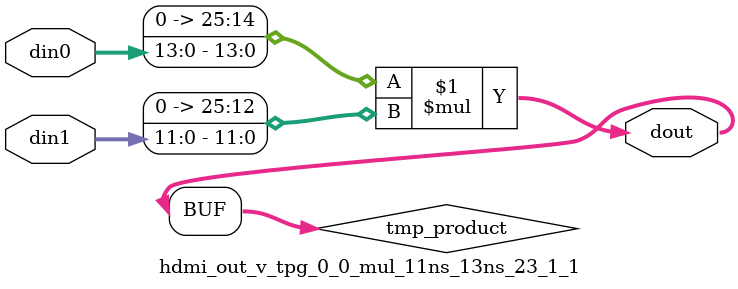
<source format=v>

`timescale 1 ns / 1 ps

  module hdmi_out_v_tpg_0_0_mul_11ns_13ns_23_1_1(din0, din1, dout);
parameter ID = 1;
parameter NUM_STAGE = 0;
parameter din0_WIDTH = 14;
parameter din1_WIDTH = 12;
parameter dout_WIDTH = 26;

input [din0_WIDTH - 1 : 0] din0; 
input [din1_WIDTH - 1 : 0] din1; 
output [dout_WIDTH - 1 : 0] dout;

wire signed [dout_WIDTH - 1 : 0] tmp_product;










assign tmp_product = $signed({1'b0, din0}) * $signed({1'b0, din1});











assign dout = tmp_product;







endmodule

</source>
